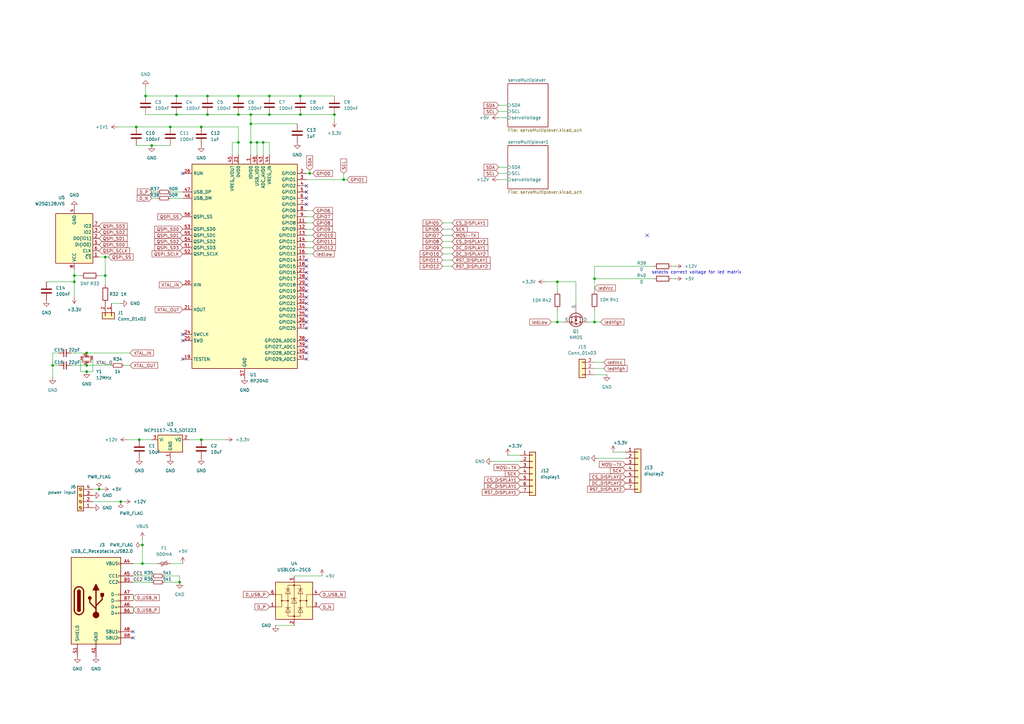
<source format=kicad_sch>
(kicad_sch (version 20231120) (generator "eeschema") (generator_version "8.0")
  (paper "A3")
  (junction (at 40.64 200.66))
  (junction (at 21.59 149.86))
  (junction (at 127 71.12))
  (junction (at 35.56 149.86))
  (junction (at 30.48 113.03))
  (junction (at 30.48 115.57))
  (junction (at 55.88 52.07))
  (junction (at 58.42 223.52))
  (junction (at 228.6 132.08))
  (junction (at 110.49 39.37))
  (junction (at 102.87 58.42))
  (junction (at 73.66 238.76))
  (junction (at 107.95 58.42))
  (junction (at 43.18 113.03))
  (junction (at 82.55 180.34))
  (junction (at 85.09 39.37))
  (junction (at 140.97 73.66))
  (junction (at 97.79 58.42))
  (junction (at 97.79 39.37))
  (junction (at 35.56 144.78))
  (junction (at 82.55 52.07))
  (junction (at 85.09 46.99))
  (junction (at 102.87 46.99))
  (junction (at 243.84 132.08))
  (junction (at 62.23 59.69))
  (junction (at 243.84 114.3))
  (junction (at 110.49 46.99))
  (junction (at 43.18 105.41))
  (junction (at 59.69 39.37))
  (junction (at 72.39 39.37))
  (junction (at 123.19 39.37))
  (junction (at 72.39 46.99))
  (junction (at 137.16 46.99))
  (junction (at 97.79 46.99))
  (junction (at 57.15 180.34))
  (junction (at 102.87 50.8))
  (junction (at 35.56 152.4))
  (junction (at 105.41 58.42))
  (junction (at 49.53 205.74))
  (junction (at 58.42 231.14))
  (junction (at 228.6 115.57))
  (junction (at 69.85 52.07))
  (junction (at 123.19 46.99))
  (no_connect (at 125.73 124.46))
  (no_connect (at 125.73 121.92))
  (no_connect (at 125.73 109.22))
  (no_connect (at 54.61 261.62))
  (no_connect (at 74.93 71.12))
  (no_connect (at 125.73 127))
  (no_connect (at 125.73 81.28))
  (no_connect (at 125.73 78.74))
  (no_connect (at 125.73 116.84))
  (no_connect (at 125.73 144.78))
  (no_connect (at 125.73 83.82))
  (no_connect (at 265.43 96.52))
  (no_connect (at 125.73 139.7))
  (no_connect (at 125.73 134.62))
  (no_connect (at 125.73 114.3))
  (no_connect (at 125.73 111.76))
  (no_connect (at 125.73 142.24))
  (no_connect (at 125.73 129.54))
  (no_connect (at 125.73 147.32))
  (no_connect (at 125.73 132.08))
  (no_connect (at 125.73 76.2))
  (no_connect (at 125.73 119.38))
  (no_connect (at 54.61 259.08))
  (no_connect (at 125.73 106.68))
  (no_connect (at 74.93 147.32))
  (no_connect (at 74.93 137.16))
  (no_connect (at 74.93 139.7))
  (wire (pts (xy 208.28 186.69) (xy 213.36 186.69)))
  (wire (pts (xy 85.09 46.99) (xy 97.79 46.99)))
  (wire (pts (xy 45.72 124.46) (xy 49.53 124.46)))
  (wire (pts (xy 127 71.12) (xy 128.27 71.12)))
  (wire (pts (xy 140.97 73.66) (xy 142.24 73.66)))
  (wire (pts (xy 113.03 256.54) (xy 120.65 256.54)))
  (wire (pts (xy 55.88 52.07) (xy 69.85 52.07)))
  (wire (pts (xy 33.02 147.32) (xy 33.02 152.4)))
  (wire (pts (xy 204.47 68.58) (xy 208.28 68.58)))
  (wire (pts (xy 204.47 48.26) (xy 208.28 48.26)))
  (wire (pts (xy 95.25 63.5) (xy 95.25 58.42)))
  (wire (pts (xy 62.23 78.74) (xy 64.77 78.74)))
  (wire (pts (xy 125.73 71.12) (xy 127 71.12)))
  (wire (pts (xy 67.31 236.22) (xy 73.66 236.22)))
  (wire (pts (xy 251.46 185.42) (xy 256.54 185.42)))
  (wire (pts (xy 102.87 50.8) (xy 102.87 58.42)))
  (wire (pts (xy 236.22 124.46) (xy 236.22 115.57)))
  (wire (pts (xy 59.69 46.99) (xy 72.39 46.99)))
  (wire (pts (xy 201.93 189.23) (xy 213.36 189.23)))
  (wire (pts (xy 128.27 93.98) (xy 125.73 93.98)))
  (wire (pts (xy 21.59 149.86) (xy 24.13 149.86)))
  (wire (pts (xy 50.8 149.86) (xy 53.34 149.86)))
  (wire (pts (xy 57.15 180.34) (xy 62.23 180.34)))
  (wire (pts (xy 43.18 105.41) (xy 40.64 105.41)))
  (wire (pts (xy 58.42 220.98) (xy 58.42 223.52)))
  (wire (pts (xy 128.27 91.44) (xy 125.73 91.44)))
  (wire (pts (xy 40.64 200.66) (xy 38.1 200.66)))
  (wire (pts (xy 243.84 132.08) (xy 243.84 127)))
  (wire (pts (xy 102.87 50.8) (xy 121.92 50.8)))
  (wire (pts (xy 59.69 35.56) (xy 59.69 39.37)))
  (wire (pts (xy 30.48 113.03) (xy 33.02 113.03)))
  (wire (pts (xy 110.49 63.5) (xy 110.49 58.42)))
  (wire (pts (xy 62.23 81.28) (xy 64.77 81.28)))
  (wire (pts (xy 236.22 115.57) (xy 228.6 115.57)))
  (wire (pts (xy 21.59 149.86) (xy 21.59 154.94)))
  (wire (pts (xy 275.59 114.3) (xy 276.86 114.3)))
  (wire (pts (xy 128.27 99.06) (xy 125.73 99.06)))
  (wire (pts (xy 19.05 115.57) (xy 30.48 115.57)))
  (wire (pts (xy 276.86 109.22) (xy 275.59 109.22)))
  (wire (pts (xy 243.84 114.3) (xy 267.97 114.3)))
  (wire (pts (xy 85.09 39.37) (xy 97.79 39.37)))
  (wire (pts (xy 128.27 96.52) (xy 125.73 96.52)))
  (wire (pts (xy 128.27 101.6) (xy 125.73 101.6)))
  (wire (pts (xy 58.42 231.14) (xy 64.77 231.14)))
  (wire (pts (xy 41.91 200.66) (xy 40.64 200.66)))
  (wire (pts (xy 125.73 73.66) (xy 140.97 73.66)))
  (wire (pts (xy 30.48 115.57) (xy 30.48 121.92)))
  (wire (pts (xy 54.61 238.76) (xy 62.23 238.76)))
  (wire (pts (xy 72.39 46.99) (xy 85.09 46.99)))
  (wire (pts (xy 247.65 148.59) (xy 243.84 148.59)))
  (wire (pts (xy 97.79 58.42) (xy 97.79 63.5)))
  (wire (pts (xy 243.84 114.3) (xy 243.84 109.22)))
  (wire (pts (xy 128.27 88.9) (xy 125.73 88.9)))
  (wire (pts (xy 105.41 58.42) (xy 105.41 63.5)))
  (wire (pts (xy 228.6 119.38) (xy 228.6 115.57)))
  (wire (pts (xy 140.97 71.12) (xy 140.97 73.66)))
  (wire (pts (xy 102.87 46.99) (xy 102.87 50.8)))
  (wire (pts (xy 38.1 147.32) (xy 38.1 152.4)))
  (wire (pts (xy 247.65 151.13) (xy 243.84 151.13)))
  (wire (pts (xy 137.16 49.53) (xy 137.16 46.99)))
  (wire (pts (xy 38.1 152.4) (xy 35.56 152.4)))
  (wire (pts (xy 228.6 132.08) (xy 228.6 127)))
  (wire (pts (xy 228.6 132.08) (xy 226.06 132.08)))
  (wire (pts (xy 248.92 153.67) (xy 243.84 153.67)))
  (wire (pts (xy 185.42 99.06) (xy 181.61 99.06)))
  (wire (pts (xy 33.02 152.4) (xy 35.56 152.4)))
  (wire (pts (xy 245.11 187.96) (xy 256.54 187.96)))
  (wire (pts (xy 54.61 248.92) (xy 54.61 251.46)))
  (wire (pts (xy 243.84 109.22) (xy 267.97 109.22)))
  (wire (pts (xy 50.8 205.74) (xy 49.53 205.74)))
  (wire (pts (xy 110.49 39.37) (xy 123.19 39.37)))
  (wire (pts (xy 69.85 78.74) (xy 74.93 78.74)))
  (wire (pts (xy 243.84 114.3) (xy 243.84 119.38)))
  (wire (pts (xy 185.42 109.22) (xy 181.61 109.22)))
  (wire (pts (xy 44.45 105.41) (xy 43.18 105.41)))
  (wire (pts (xy 29.21 144.78) (xy 35.56 144.78)))
  (wire (pts (xy 107.95 58.42) (xy 105.41 58.42)))
  (wire (pts (xy 69.85 52.07) (xy 82.55 52.07)))
  (wire (pts (xy 97.79 46.99) (xy 102.87 46.99)))
  (wire (pts (xy 120.65 236.22) (xy 132.08 236.22)))
  (wire (pts (xy 127 69.85) (xy 127 71.12)))
  (wire (pts (xy 69.85 231.14) (xy 74.93 231.14)))
  (wire (pts (xy 102.87 46.99) (xy 110.49 46.99)))
  (wire (pts (xy 35.56 149.86) (xy 45.72 149.86)))
  (wire (pts (xy 241.3 132.08) (xy 243.84 132.08)))
  (wire (pts (xy 185.42 106.68) (xy 181.61 106.68)))
  (wire (pts (xy 110.49 58.42) (xy 107.95 58.42)))
  (wire (pts (xy 204.47 43.18) (xy 208.28 43.18)))
  (wire (pts (xy 204.47 73.66) (xy 208.28 73.66)))
  (wire (pts (xy 243.84 132.08) (xy 246.38 132.08)))
  (wire (pts (xy 123.19 39.37) (xy 137.16 39.37)))
  (wire (pts (xy 40.64 113.03) (xy 43.18 113.03)))
  (wire (pts (xy 97.79 52.07) (xy 97.79 58.42)))
  (wire (pts (xy 228.6 115.57) (xy 223.52 115.57)))
  (wire (pts (xy 95.25 58.42) (xy 97.79 58.42)))
  (wire (pts (xy 204.47 71.12) (xy 208.28 71.12)))
  (wire (pts (xy 107.95 58.42) (xy 107.95 63.5)))
  (wire (pts (xy 30.48 113.03) (xy 30.48 110.49)))
  (wire (pts (xy 69.85 81.28) (xy 74.93 81.28)))
  (wire (pts (xy 185.42 104.14) (xy 181.61 104.14)))
  (wire (pts (xy 43.18 113.03) (xy 43.18 116.84)))
  (wire (pts (xy 52.07 180.34) (xy 57.15 180.34)))
  (wire (pts (xy 110.49 46.99) (xy 123.19 46.99)))
  (wire (pts (xy 82.55 52.07) (xy 97.79 52.07)))
  (wire (pts (xy 185.42 93.98) (xy 181.61 93.98)))
  (wire (pts (xy 128.27 104.14) (xy 125.73 104.14)))
  (wire (pts (xy 67.31 238.76) (xy 73.66 238.76)))
  (wire (pts (xy 30.48 113.03) (xy 30.48 115.57)))
  (wire (pts (xy 58.42 223.52) (xy 58.42 231.14)))
  (wire (pts (xy 204.47 45.72) (xy 208.28 45.72)))
  (wire (pts (xy 231.14 132.08) (xy 228.6 132.08)))
  (wire (pts (xy 49.53 205.74) (xy 38.1 205.74)))
  (wire (pts (xy 128.27 86.36) (xy 125.73 86.36)))
  (wire (pts (xy 123.19 46.99) (xy 137.16 46.99)))
  (wire (pts (xy 54.61 231.14) (xy 58.42 231.14)))
  (wire (pts (xy 29.21 149.86) (xy 35.56 149.86)))
  (wire (pts (xy 59.69 39.37) (xy 72.39 39.37)))
  (wire (pts (xy 105.41 58.42) (xy 102.87 58.42)))
  (wire (pts (xy 35.56 144.78) (xy 53.34 144.78)))
  (wire (pts (xy 48.26 52.07) (xy 55.88 52.07)))
  (wire (pts (xy 92.71 180.34) (xy 82.55 180.34)))
  (wire (pts (xy 54.61 236.22) (xy 62.23 236.22)))
  (wire (pts (xy 21.59 144.78) (xy 21.59 149.86)))
  (wire (pts (xy 55.88 59.69) (xy 62.23 59.69)))
  (wire (pts (xy 185.42 96.52) (xy 181.61 96.52)))
  (wire (pts (xy 72.39 39.37) (xy 85.09 39.37)))
  (wire (pts (xy 77.47 180.34) (xy 82.55 180.34)))
  (wire (pts (xy 102.87 58.42) (xy 102.87 63.5)))
  (wire (pts (xy 73.66 236.22) (xy 73.66 238.76)))
  (wire (pts (xy 185.42 91.44) (xy 181.61 91.44)))
  (wire (pts (xy 24.13 144.78) (xy 21.59 144.78)))
  (wire (pts (xy 185.42 101.6) (xy 181.61 101.6)))
  (wire (pts (xy 43.18 105.41) (xy 43.18 113.03)))
  (wire (pts (xy 62.23 59.69) (xy 69.85 59.69)))
  (wire (pts (xy 97.79 39.37) (xy 110.49 39.37)))
  (wire (pts (xy 54.61 243.84) (xy 54.61 246.38)))
  (text "selects correct voltage for led matrix" (at 285.75 111.76 0) (effects (font (size 1.27 1.27))))
  (label "CC2" (at 54.61 238.76 0))
  (label "CC1" (at 54.61 236.22 0))
  (label "XTAL_O" (at 39.37 149.86 0))
  (global_label "DC_DISPLAY2" (shape input) (at 256.54 198.12 180) (property "Intersheetrefs" "${INTERSHEET_REFS}" (effects (hide yes))))
  (global_label "GPIO12" (shape input) (at 181.61 109.22 180) (property "Intersheetrefs" "${INTERSHEET_REFS}" (effects (hide yes))))
  (global_label "RST_DISPLAY1" (shape input) (at 185.42 106.68 0) (property "Intersheetrefs" "${INTERSHEET_REFS}" (effects (hide yes))))
  (global_label "GPIO6" (shape input) (at 128.27 86.36 0) (property "Intersheetrefs" "${INTERSHEET_REFS}" (effects (hide yes))))
  (global_label "SCK" (shape input) (at 213.36 194.31 180) (property "Intersheetrefs" "${INTERSHEET_REFS}" (effects (hide yes))))
  (global_label "QSPI_SS" (shape input) (at 74.93 88.9 180) (property "Intersheetrefs" "${INTERSHEET_REFS}" (effects (hide yes))))
  (global_label "SCL" (shape input) (at 204.47 71.12 180) (property "Intersheetrefs" "${INTERSHEET_REFS}" (effects (hide yes))))
  (global_label "ledHigh" (shape input) (at 247.65 151.13 0) (property "Intersheetrefs" "${INTERSHEET_REFS}" (effects (hide yes))))
  (global_label "GPIO6" (shape input) (at 181.61 93.98 180) (property "Intersheetrefs" "${INTERSHEET_REFS}" (effects (hide yes))))
  (global_label "GPIO1" (shape input) (at 142.24 73.66 0) (property "Intersheetrefs" "${INTERSHEET_REFS}" (effects (hide yes))))
  (global_label "GPIO9" (shape input) (at 181.61 101.6 180) (property "Intersheetrefs" "${INTERSHEET_REFS}" (effects (hide yes))))
  (global_label "GPIO12" (shape input) (at 128.27 101.6 0) (property "Intersheetrefs" "${INTERSHEET_REFS}" (effects (hide yes))))
  (global_label "CS_DISPLAY1" (shape input) (at 213.36 196.85 180) (property "Intersheetrefs" "${INTERSHEET_REFS}" (effects (hide yes))))
  (global_label "QSPI_SD1" (shape input) (at 74.93 96.52 180) (property "Intersheetrefs" "${INTERSHEET_REFS}" (effects (hide yes))))
  (global_label "GPIO5" (shape input) (at 181.61 91.44 180) (property "Intersheetrefs" "${INTERSHEET_REFS}" (effects (hide yes))))
  (global_label "MOSI-TX" (shape input) (at 185.42 96.52 0) (property "Intersheetrefs" "${INTERSHEET_REFS}" (effects (hide yes))))
  (global_label "GPIO7" (shape input) (at 181.61 96.52 180) (property "Intersheetrefs" "${INTERSHEET_REFS}" (effects (hide yes))))
  (global_label "QSPI_SCLK" (shape input) (at 40.64 102.87 0) (property "Intersheetrefs" "${INTERSHEET_REFS}" (effects (hide yes))))
  (global_label "XTAL_IN" (shape input) (at 74.93 116.84 180) (property "Intersheetrefs" "${INTERSHEET_REFS}" (effects (hide yes))))
  (global_label "QSPI_SD3" (shape input) (at 74.93 101.6 180) (property "Intersheetrefs" "${INTERSHEET_REFS}" (effects (hide yes))))
  (global_label "D_USB_P" (shape input) (at 110.49 243.84 180) (property "Intersheetrefs" "${INTERSHEET_REFS}" (effects (hide yes))))
  (global_label "QSPI_SS" (shape input) (at 44.45 105.41 0) (property "Intersheetrefs" "${INTERSHEET_REFS}" (effects (hide yes))))
  (global_label "SDA" (shape input) (at 127 69.85 90) (property "Intersheetrefs" "${INTERSHEET_REFS}" (effects (hide yes))))
  (global_label "ledVcc" (shape input) (at 247.65 148.59 0) (property "Intersheetrefs" "${INTERSHEET_REFS}" (effects (hide yes))))
  (global_label "GPIO0" (shape input) (at 128.27 71.12 0) (property "Intersheetrefs" "${INTERSHEET_REFS}" (effects (hide yes))))
  (global_label "QSPI_SD0" (shape input) (at 74.93 93.98 180) (property "Intersheetrefs" "${INTERSHEET_REFS}" (effects (hide yes))))
  (global_label "GPIO11" (shape input) (at 181.61 106.68 180) (property "Intersheetrefs" "${INTERSHEET_REFS}" (effects (hide yes))))
  (global_label "SCL" (shape input) (at 204.47 45.72 180) (property "Intersheetrefs" "${INTERSHEET_REFS}" (effects (hide yes))))
  (global_label "QSPI_SD2" (shape input) (at 40.64 95.25 0) (property "Intersheetrefs" "${INTERSHEET_REFS}" (effects (hide yes))))
  (global_label "ledLow" (shape input) (at 226.06 132.08 180) (property "Intersheetrefs" "${INTERSHEET_REFS}" (effects (hide yes))))
  (global_label "QSPI_SD0" (shape input) (at 40.64 100.33 0) (property "Intersheetrefs" "${INTERSHEET_REFS}" (effects (hide yes))))
  (global_label "D_P" (shape input) (at 62.23 78.74 180) (property "Intersheetrefs" "${INTERSHEET_REFS}" (effects (hide yes))))
  (global_label "D_USB_N" (shape input) (at 130.81 243.84 0) (property "Intersheetrefs" "${INTERSHEET_REFS}" (effects (hide yes))))
  (global_label "D_USB_P" (shape input) (at 54.61 250.19 0) (property "Intersheetrefs" "${INTERSHEET_REFS}" (effects (hide yes))))
  (global_label "CS_DISPLAY2" (shape input) (at 185.42 99.06 0) (property "Intersheetrefs" "${INTERSHEET_REFS}" (effects (hide yes))))
  (global_label "SCL" (shape input) (at 140.97 71.12 90) (property "Intersheetrefs" "${INTERSHEET_REFS}" (effects (hide yes))))
  (global_label "CS_DISPLAY1" (shape input) (at 185.42 91.44 0) (property "Intersheetrefs" "${INTERSHEET_REFS}" (effects (hide yes))))
  (global_label "SCK" (shape input) (at 185.42 93.98 0) (property "Intersheetrefs" "${INTERSHEET_REFS}" (effects (hide yes))))
  (global_label "GPIO11" (shape input) (at 128.27 99.06 0) (property "Intersheetrefs" "${INTERSHEET_REFS}" (effects (hide yes))))
  (global_label "XTAL_IN" (shape input) (at 53.34 144.78 0) (property "Intersheetrefs" "${INTERSHEET_REFS}" (effects (hide yes))))
  (global_label "QSPI_SD1" (shape input) (at 40.64 97.79 0) (property "Intersheetrefs" "${INTERSHEET_REFS}" (effects (hide yes))))
  (global_label "CS_DISPLAY2" (shape input) (at 256.54 195.58 180) (property "Intersheetrefs" "${INTERSHEET_REFS}" (effects (hide yes))))
  (global_label "QSPI_SCLK" (shape input) (at 74.93 104.14 180) (property "Intersheetrefs" "${INTERSHEET_REFS}" (effects (hide yes))))
  (global_label "DC_DISPLAY1" (shape input) (at 213.36 199.39 180) (property "Intersheetrefs" "${INTERSHEET_REFS}" (effects (hide yes))))
  (global_label "GPIO7" (shape input) (at 128.27 88.9 0) (property "Intersheetrefs" "${INTERSHEET_REFS}" (effects (hide yes))))
  (global_label "GPIO8" (shape input) (at 181.61 99.06 180) (property "Intersheetrefs" "${INTERSHEET_REFS}" (effects (hide yes))))
  (global_label "D_N" (shape input) (at 130.81 248.92 0) (property "Intersheetrefs" "${INTERSHEET_REFS}" (effects (hide yes))))
  (global_label "GPIO10" (shape input) (at 181.61 104.14 180) (property "Intersheetrefs" "${INTERSHEET_REFS}" (effects (hide yes))))
  (global_label "DC_DISPLAY1" (shape input) (at 185.42 101.6 0) (property "Intersheetrefs" "${INTERSHEET_REFS}" (effects (hide yes))))
  (global_label "D_N" (shape input) (at 62.23 81.28 180) (property "Intersheetrefs" "${INTERSHEET_REFS}" (effects (hide yes))))
  (global_label "MOSI-TX" (shape input) (at 256.54 190.5 180) (property "Intersheetrefs" "${INTERSHEET_REFS}" (effects (hide yes))))
  (global_label "RST_DISPLAY2" (shape input) (at 185.42 109.22 0) (property "Intersheetrefs" "${INTERSHEET_REFS}" (effects (hide yes))))
  (global_label "RST_DISPLAY2" (shape input) (at 256.54 200.66 180) (property "Intersheetrefs" "${INTERSHEET_REFS}" (effects (hide yes))))
  (global_label "SCK" (shape input) (at 256.54 193.04 180) (property "Intersheetrefs" "${INTERSHEET_REFS}" (effects (hide yes))))
  (global_label "XTAL_OUT" (shape input) (at 74.93 127 180) (property "Intersheetrefs" "${INTERSHEET_REFS}" (effects (hide yes))))
  (global_label "DC_DISPLAY2" (shape input) (at 185.42 104.14 0) (property "Intersheetrefs" "${INTERSHEET_REFS}" (effects (hide yes))))
  (global_label "ledHigh" (shape input) (at 246.38 132.08 0) (property "Intersheetrefs" "${INTERSHEET_REFS}" (effects (hide yes))))
  (global_label "SDA" (shape input) (at 204.47 68.58 180) (property "Intersheetrefs" "${INTERSHEET_REFS}" (effects (hide yes))))
  (global_label "QSPI_SD2" (shape input) (at 74.93 99.06 180) (property "Intersheetrefs" "${INTERSHEET_REFS}" (effects (hide yes))))
  (global_label "MOSI-TX" (shape input) (at 213.36 191.77 180) (property "Intersheetrefs" "${INTERSHEET_REFS}" (effects (hide yes))))
  (global_label "D_USB_N" (shape input) (at 54.61 245.11 0) (property "Intersheetrefs" "${INTERSHEET_REFS}" (effects (hide yes))))
  (global_label "GPIO10" (shape input) (at 128.27 96.52 0) (property "Intersheetrefs" "${INTERSHEET_REFS}" (effects (hide yes))))
  (global_label "QSPI_SD3" (shape input) (at 40.64 92.71 0) (property "Intersheetrefs" "${INTERSHEET_REFS}" (effects (hide yes))))
  (global_label "SDA" (shape input) (at 204.47 43.18 180) (property "Intersheetrefs" "${INTERSHEET_REFS}" (effects (hide yes))))
  (global_label "D_P" (shape input) (at 110.49 248.92 180) (property "Intersheetrefs" "${INTERSHEET_REFS}" (effects (hide yes))))
  (global_label "ledVcc" (shape input) (at 243.84 118.11 0) (property "Intersheetrefs" "${INTERSHEET_REFS}" (effects (hide yes))))
  (global_label "XTAL_OUT" (shape input) (at 53.34 149.86 0) (property "Intersheetrefs" "${INTERSHEET_REFS}" (effects (hide yes))))
  (global_label "RST_DISPLAY1" (shape input) (at 213.36 201.93 180) (property "Intersheetrefs" "${INTERSHEET_REFS}" (effects (hide yes))))
  (global_label "ledLow" (shape input) (at 128.27 104.14 0) (property "Intersheetrefs" "${INTERSHEET_REFS}" (effects (hide yes))))
  (global_label "GPIO8" (shape input) (at 128.27 91.44 0) (property "Intersheetrefs" "${INTERSHEET_REFS}" (effects (hide yes))))
  (global_label "GPIO9" (shape input) (at 128.27 93.98 0) (property "Intersheetrefs" "${INTERSHEET_REFS}" (effects (hide yes))))
  (symbol (lib_id "Connector_Generic:Conn_01x02") (at 45.72 129.54 270) (unit 1)
    (property "Reference" "J1" (at 48.26 128.2699 90) (effects (justify left)))
    (property "Value" "Conn_01x02" (at 48.26 130.8099 90) (effects (justify left)))
    (property "Footprint" "Connector_PinSocket_2.54mm:PinSocket_1x02_P2.54mm_Vertical" (effects (hide yes)))
    (property "Description" "Generic connector, single row, 01x02, script generated (kicad-library-utils/schlib/autogen/connector/)" (effects (hide yes)))
  )
  (symbol (lib_id "power:GND") (at 21.59 154.94 0) (unit 1)
    (property "Reference" "#PWR023" (effects (hide yes)))
    (property "Value" "GND" (at 21.59 160.02 0))
  )
  (symbol (lib_id "power:GND") (at 245.11 187.96 270) (unit 1)
    (property "Reference" "#PWR049" (effects (hide yes)))
    (property "Value" "GND" (at 240.03 187.96 90))
    (property "Description" "Power symbol creates a global label with name \"GND\" , ground" (effects (hide yes)))
  )
  (symbol (lib_id "Device:C") (at 55.88 55.88 0) (unit 1)
    (property "Reference" "C10" (at 59.69 54.6099 0) (effects (justify left)))
    (property "Value" "100nF" (at 59.69 57.1499 0) (effects (justify left)))
    (property "Footprint" "Capacitor_SMD:C_0805_2012Metric_Pad1.18x1.45mm_HandSolder" (effects (hide yes)))
    (property "Description" "Unpolarized capacitor" (effects (hide yes)))
  )
  (symbol (lib_id "power:GND") (at 49.53 124.46 90) (unit 1)
    (property "Reference" "#PWR022" (effects (hide yes)))
    (property "Value" "GND" (at 53.34 124.4599 90) (effects (justify right)))
    (property "Description" "Power symbol creates a global label with name \"GND\" , ground" (effects (hide yes)))
  )
  (symbol (lib_id "Device:C") (at 85.09 43.18 0) (unit 1)
    (property "Reference" "C5" (at 88.9 41.9099 0) (effects (justify left)))
    (property "Value" "100nF" (at 88.9 44.4499 0) (effects (justify left)))
    (property "Footprint" "Capacitor_SMD:C_0805_2012Metric_Pad1.18x1.45mm_HandSolder" (effects (hide yes)))
    (property "Description" "Unpolarized capacitor" (effects (hide yes)))
  )
  (symbol (lib_id "power:GND") (at 57.15 187.96 0) (unit 1)
    (property "Reference" "#PWR013" (effects (hide yes)))
    (property "Value" "GND" (at 57.15 193.04 0))
    (property "Description" "Power symbol creates a global label with name \"GND\" , ground" (effects (hide yes)))
  )
  (symbol (lib_id "power:GND") (at 59.69 35.56 180) (unit 1)
    (property "Reference" "#PWR015" (effects (hide yes)))
    (property "Value" "GND" (at 59.69 30.48 0))
    (property "Description" "Power symbol creates a global label with name \"GND\" , ground" (effects (hide yes)))
  )
  (symbol (lib_id "power:GND") (at 82.55 59.69 0) (unit 1)
    (property "Reference" "#PWR018" (effects (hide yes)))
    (property "Value" "GND" (at 82.55 64.77 0))
    (property "Description" "Power symbol creates a global label with name \"GND\" , ground" (effects (hide yes)))
  )
  (symbol (lib_id "power:GND") (at 62.23 59.69 0) (unit 1)
    (property "Reference" "#PWR017" (effects (hide yes)))
    (property "Value" "GND" (at 62.23 64.77 0))
    (property "Description" "Power symbol creates a global label with name \"GND\" , ground" (effects (hide yes)))
  )
  (symbol (lib_id "power:GND") (at 35.56 152.4 0) (unit 1)
    (property "Reference" "#PWR024" (effects (hide yes)))
    (property "Value" "GND" (at 35.56 157.48 0))
  )
  (symbol (lib_id "power:+3.3V") (at 137.16 49.53 180) (unit 1)
    (property "Reference" "#PWR09" (effects (hide yes)))
    (property "Value" "+3.3V" (at 137.16 54.61 0))
    (property "Description" "Power symbol creates a global label with name \"+3.3V\"" (effects (hide yes)))
  )
  (symbol (lib_id "Regulator_Linear:NCP1117-3.3_SOT223") (at 69.85 180.34 0) (unit 1)
    (property "Reference" "U3" (at 69.85 173.99 0))
    (property "Value" "NCP1117-3.3_SOT223" (at 69.85 176.53 0))
    (property "Footprint" "Package_TO_SOT_SMD:SOT-223-3_TabPin2" (effects (hide yes)))
    (property "Datasheet" "http://www.onsemi.com/pub_link/Collateral/NCP1117-D.PDF" (effects (hide yes)))
    (property "Description" "1A Low drop-out regulator, Fixed Output 3.3V, SOT-223" (effects (hide yes)))
  )
  (symbol (lib_id "power:GND") (at 30.48 85.09 180) (unit 1)
    (property "Reference" "#PWR033" (effects (hide yes)))
    (property "Value" "GND" (at 30.48 80.01 0))
    (property "Description" "Power symbol creates a global label with name \"GND\" , ground" (effects (hide yes)))
  )
  (symbol (lib_id "power:+3.3V") (at 92.71 180.34 270) (unit 1)
    (property "Reference" "#PWR010" (effects (hide yes)))
    (property "Value" "+3.3V" (at 96.52 180.3399 90) (effects (justify left)))
    (property "Description" "Power symbol creates a global label with name \"+3.3V\"" (effects (hide yes)))
  )
  (symbol (lib_id "power:GND") (at 73.66 238.76 0) (unit 1)
    (property "Reference" "#PWR028" (effects (hide yes)))
    (property "Value" "GND" (at 73.66 243.84 0))
  )
  (symbol (lib_id "Device:Crystal_GND24_Small") (at 35.56 147.32 90) (unit 1)
    (property "Reference" "Y1" (at 39.37 152.4 90) (effects (justify right)))
    (property "Value" "12MHz" (at 39.37 154.94 90) (effects (justify right)))
    (property "Footprint" "Crystal:Crystal_SMD_3225-4Pin_3.2x2.5mm" (effects (hide yes)))
    (property "LCSC" "C9002" (effects (hide yes)))
  )
  (symbol (lib_id "Device:C") (at 97.79 43.18 0) (unit 1)
    (property "Reference" "C6" (at 101.6 41.9099 0) (effects (justify left)))
    (property "Value" "100nF" (at 101.6 44.4499 0) (effects (justify left)))
    (property "Footprint" "Capacitor_SMD:C_0805_2012Metric_Pad1.18x1.45mm_HandSolder" (effects (hide yes)))
    (property "Description" "Unpolarized capacitor" (effects (hide yes)))
  )
  (symbol (lib_id "power:+12V") (at 50.8 205.74 270) (unit 1)
    (property "Reference" "#PWR05" (effects (hide yes)))
    (property "Value" "+12V" (at 54.61 205.7399 90) (effects (justify left)))
    (property "Description" "Power symbol creates a global label with name \"+12V\"" (effects (hide yes)))
  )
  (symbol (lib_id "Connector_Generic:Conn_01x03") (at 238.76 151.13 180) (unit 1)
    (property "Reference" "J15" (at 238.76 142.24 0))
    (property "Value" "Conn_01x03" (at 238.76 144.78 0))
    (property "Footprint" "Connector_PinSocket_2.54mm:PinSocket_1x03_P2.54mm_Vertical" (effects (hide yes)))
    (property "Description" "Generic connector, single row, 01x03, script generated (kicad-library-utils/schlib/autogen/connector/)" (effects (hide yes)))
  )
  (symbol (lib_id "power:+5V") (at 132.08 236.22 0) (unit 1)
    (property "Reference" "#PWR031" (effects (hide yes)))
    (property "Value" "+5V" (at 135.255 236.22 0))
  )
  (symbol (lib_id "power:+12V") (at 52.07 180.34 90) (unit 1)
    (property "Reference" "#PWR014" (effects (hide yes)))
    (property "Value" "+12V" (at 48.26 180.3399 90) (effects (justify left)))
    (property "Description" "Power symbol creates a global label with name \"+12V\"" (effects (hide yes)))
  )
  (symbol (lib_id "Device:C") (at 137.16 43.18 0) (unit 1)
    (property "Reference" "C9" (at 140.97 41.9099 0) (effects (justify left)))
    (property "Value" "100nF" (at 140.97 44.4499 0) (effects (justify left)))
    (property "Footprint" "Capacitor_SMD:C_0805_2012Metric_Pad1.18x1.45mm_HandSolder" (effects (hide yes)))
    (property "Description" "Unpolarized capacitor" (effects (hide yes)))
  )
  (symbol (lib_id "Device:C") (at 19.05 119.38 0) (unit 1)
    (property "Reference" "C14" (at 22.86 118.1099 0) (effects (justify left)))
    (property "Value" "100nF" (at 22.86 120.6499 0) (effects (justify left)))
    (property "Footprint" "Capacitor_SMD:C_0805_2012Metric_Pad1.18x1.45mm_HandSolder" (effects (hide yes)))
    (property "Description" "Unpolarized capacitor" (effects (hide yes)))
  )
  (symbol (lib_id "Device:R") (at 271.78 114.3 90) (unit 1)
    (property "Reference" "R40" (at 263.144 113.03 90))
    (property "Value" "0" (at 263.144 115.57 90))
    (property "Footprint" "Resistor_SMD:R_0805_2012Metric" (effects (hide yes)))
    (property "Description" "Resistor" (effects (hide yes)))
  )
  (symbol (lib_id "power:GND") (at 19.05 123.19 0) (unit 1)
    (property "Reference" "#PWR021" (effects (hide yes)))
    (property "Value" "GND" (at 19.05 128.27 0))
    (property "Description" "Power symbol creates a global label with name \"GND\" , ground" (effects (hide yes)))
  )
  (symbol (lib_id "power:VBUS") (at 58.42 220.98 0) (unit 1)
    (property "Reference" "#PWR027" (effects (hide yes)))
    (property "Value" "VBUS" (at 58.42 215.9 0))
  )
  (symbol (lib_id "Device:R_Small") (at 67.31 78.74 90) (unit 1)
    (property "Reference" "R37" (at 63.5 77.47 90))
    (property "Value" "50R" (at 71.12 77.47 90))
    (property "Footprint" "Capacitor_SMD:C_0805_2012Metric" (effects (hide yes)))
    (property "LCSC" "C25190" (effects (hide yes)))
  )
  (symbol (lib_id "power:+12V") (at 204.47 73.66 90) (unit 1)
    (property "Reference" "#PWR041" (effects (hide yes)))
    (property "Value" "+12V" (at 200.66 73.6599 90) (effects (justify left)))
    (property "Description" "Power symbol creates a global label with name \"+12V\"" (effects (hide yes)))
  )
  (symbol (lib_id "power:GND") (at 38.1 208.28 90) (unit 1)
    (property "Reference" "#PWR08" (effects (hide yes)))
    (property "Value" "GND" (at 41.91 208.2799 90) (effects (justify right)))
    (property "Description" "Power symbol creates a global label with name \"GND\" , ground" (effects (hide yes)))
  )
  (symbol (lib_id "Device:C") (at 69.85 55.88 0) (unit 1)
    (property "Reference" "C11" (at 73.66 54.6099 0) (effects (justify left)))
    (property "Value" "100nF" (at 73.66 57.1499 0) (effects (justify left)))
    (property "Footprint" "Capacitor_SMD:C_0805_2012Metric_Pad1.18x1.45mm_HandSolder" (effects (hide yes)))
    (property "Description" "Unpolarized capacitor" (effects (hide yes)))
  )
  (symbol (lib_id "power:GND") (at 248.92 153.67 0) (unit 1)
    (property "Reference" "#PWR051" (effects (hide yes)))
    (property "Value" "GND" (at 248.92 158.75 0))
    (property "Description" "Power symbol creates a global label with name \"GND\" , ground" (effects (hide yes)))
  )
  (symbol (lib_id "Simulation_SPICE:NMOS") (at 236.22 129.54 270) (unit 1)
    (property "Reference" "Q1" (at 236.22 135.89 90))
    (property "Value" "NMOS" (at 236.22 138.43 90))
    (property "Footprint" "Package_TO_SOT_SMD:SOT-23_Handsoldering" (effects (hide yes)))
    (property "Datasheet" "https://ngspice.sourceforge.io/docs/ngspice-html-manual/manual.xhtml#cha_MOSFETs" (effects (hide yes)))
    (property "Description" "N-MOSFET transistor, drain/source/gate" (effects (hide yes)))
    (property "Sim.Device" "NMOS" (effects (hide yes)))
    (property "Sim.Type" "VDMOS" (effects (hide yes)))
    (property "Sim.Pins" "1=D 2=G 3=S" (effects (hide yes)))
  )
  (symbol (lib_id "Device:C") (at 82.55 184.15 0) (unit 1)
    (property "Reference" "C2" (at 86.36 182.8799 0) (effects (justify left)))
    (property "Value" "10uF" (at 86.36 185.4199 0) (effects (justify left)))
    (property "Footprint" "Capacitor_SMD:C_1206_3216Metric_Pad1.33x1.80mm_HandSolder" (effects (hide yes)))
    (property "Description" "Unpolarized capacitor" (effects (hide yes)))
  )
  (symbol (lib_id "Device:R") (at 243.84 123.19 180) (unit 1)
    (property "Reference" "R41" (at 251.968 122.936 0))
    (property "Value" "10K" (at 247.904 122.936 0))
    (property "Footprint" "Resistor_SMD:R_1206_3216Metric_Pad1.30x1.75mm_HandSolder" (effects (hide yes)))
    (property "Description" "Resistor" (effects (hide yes)))
  )
  (symbol (lib_id "power:+3.3V") (at 223.52 115.57 90) (unit 1)
    (property "Reference" "#PWR037" (effects (hide yes)))
    (property "Value" "+3.3V" (at 219.71 115.5699 90) (effects (justify left)))
    (property "Description" "Power symbol creates a global label with name \"+3.3V\"" (effects (hide yes)))
  )
  (symbol (lib_id "power:GND") (at 39.37 269.24 0) (unit 1)
    (property "Reference" "#PWR026" (effects (hide yes)))
    (property "Value" "GND" (at 39.37 274.32 0))
  )
  (symbol (lib_id "power:+12V") (at 276.86 109.22 270) (unit 1)
    (property "Reference" "#PWR036" (effects (hide yes)))
    (property "Value" "+12V" (at 280.67 109.2199 90) (effects (justify left)))
    (property "Description" "Power symbol creates a global label with name \"+12V\"" (effects (hide yes)))
  )
  (symbol (lib_id "Device:C_Small") (at 26.67 144.78 90) (unit 1)
    (property "Reference" "C15" (at 24.13 143.51 90))
    (property "Value" "22pF" (at 30.48 143.51 90))
    (property "Footprint" "Capacitor_SMD:C_0805_2012Metric_Pad1.18x1.45mm_HandSolder" (effects (hide yes)))
    (property "LCSC" "C1555" (effects (hide yes)))
  )
  (symbol (lib_id "power:GND") (at 201.93 189.23 270) (unit 1)
    (property "Reference" "#PWR047" (effects (hide yes)))
    (property "Value" "GND" (at 196.85 189.23 90))
    (property "Description" "Power symbol creates a global label with name \"GND\" , ground" (effects (hide yes)))
  )
  (symbol (lib_id "power:+5V") (at 276.86 114.3 270) (unit 1)
    (property "Reference" "#PWR038" (effects (hide yes)))
    (property "Value" "+5V" (at 280.67 114.2999 90) (effects (justify left)))
    (property "Description" "Power symbol creates a global label with name \"+5V\"" (effects (hide yes)))
  )
  (symbol (lib_id "power:GND") (at 69.85 187.96 0) (unit 1)
    (property "Reference" "#PWR012" (effects (hide yes)))
    (property "Value" "GND" (at 69.85 193.04 0))
    (property "Description" "Power symbol creates a global label with name \"GND\" , ground" (effects (hide yes)))
  )
  (symbol (lib_id "Device:Polyfuse_Small") (at 67.31 231.14 90) (unit 1)
    (property "Reference" "F1" (at 67.31 224.79 90))
    (property "Value" "500mA" (at 67.31 227.33 90))
    (property "Footprint" "Fuse:Fuse_1206_3216Metric" (effects (hide yes)))
    (property "LCSC" "C70076" (effects (hide yes)))
  )
  (symbol (lib_id "power:+1V1") (at 48.26 52.07 90) (unit 1)
    (property "Reference" "#PWR016" (effects (hide yes)))
    (property "Value" "+1V1" (at 44.45 52.0699 90) (effects (justify left)))
    (property "Description" "Power symbol creates a global label with name \"+1V1\"" (effects (hide yes)))
  )
  (symbol (lib_id "power:GND") (at 38.1 203.2 90) (unit 1)
    (property "Reference" "#PWR07" (effects (hide yes)))
    (property "Value" "GND" (at 41.91 203.1999 90) (effects (justify right)))
    (property "Description" "Power symbol creates a global label with name \"GND\" , ground" (effects (hide yes)))
  )
  (symbol (lib_id "Memory_Flash:W25Q128JVS") (at 30.48 97.79 180) (unit 1)
    (property "Reference" "U5" (at 26.67 81.026 0) (effects (justify left)))
    (property "Value" "W25Q128JVS" (at 26.67 83.566 0) (effects (justify left)))
    (property "Footprint" "Package_SO:SOIC-8_5.23x5.23mm_P1.27mm" (effects (hide yes)))
    (property "Datasheet" "http://www.winbond.com/resource-files/w25q128jv_dtr%20revc%2003272018%20plus.pdf" (effects (hide yes)))
    (property "Description" "128Mb Serial Flash Memory, Standard/Dual/Quad SPI, SOIC-8" (effects (hide yes)))
  )
  (symbol (lib_id "Device:C_Small") (at 26.67 149.86 90) (unit 1)
    (property "Reference" "C16" (at 24.13 148.59 90))
    (property "Value" "22pF" (at 30.48 148.59 90))
    (property "Footprint" "Capacitor_SMD:C_0805_2012Metric_Pad1.18x1.45mm_HandSolder" (effects (hide yes)))
    (property "LCSC" "C1555" (effects (hide yes)))
  )
  (symbol (lib_id "power:PWR_FLAG") (at 58.42 223.52 90) (unit 1)
    (property "Reference" "#FLG01" (effects (hide yes)))
    (property "Value" "PWR_FLAG" (at 54.61 223.5199 90) (effects (justify left)))
    (property "Description" "Special symbol for telling ERC where power comes from" (effects (hide yes)))
  )
  (symbol (lib_id "Connector_Generic:Conn_01x07") (at 218.44 194.31 0) (unit 1)
    (property "Reference" "J12" (at 221.615 193.0399 0) (effects (justify left)))
    (property "Value" "display1" (at 221.615 195.5799 0) (effects (justify left)))
    (property "Footprint" "Connector_PinHeader_2.54mm:PinHeader_1x07_P2.54mm_Vertical" (effects (hide yes)))
    (property "Description" "Generic connector, single row, 01x07, script generated (kicad-library-utils/schlib/autogen/connector/)" (effects (hide yes)))
  )
  (symbol (lib_id "Device:C") (at 82.55 55.88 0) (unit 1)
    (property "Reference" "C12" (at 86.36 54.6099 0) (effects (justify left)))
    (property "Value" "1uF" (at 86.36 57.1499 0) (effects (justify left)))
    (property "Footprint" "Capacitor_SMD:C_0402_1005Metric_Pad0.74x0.62mm_HandSolder" (effects (hide yes)))
    (property "Description" "Unpolarized capacitor" (effects (hide yes)))
  )
  (symbol (lib_id "power:+5V") (at 204.47 48.26 90) (unit 1)
    (property "Reference" "#PWR040" (effects (hide yes)))
    (property "Value" "+5V" (at 200.66 48.2599 90) (effects (justify left)))
    (property "Description" "Power symbol creates a global label with name \"+5V\"" (effects (hide yes)))
  )
  (symbol (lib_id "Device:C") (at 121.92 54.61 0) (unit 1)
    (property "Reference" "C13" (at 125.73 53.3399 0) (effects (justify left)))
    (property "Value" "1uF" (at 125.73 55.8799 0) (effects (justify left)))
    (property "Footprint" "Capacitor_SMD:C_0402_1005Metric_Pad0.74x0.62mm_HandSolder" (effects (hide yes)))
    (property "Description" "Unpolarized capacitor" (effects (hide yes)))
  )
  (symbol (lib_id "power:PWR_FLAG") (at 40.64 200.66 0) (unit 1)
    (property "Reference" "#FLG02" (effects (hide yes)))
    (property "Value" "PWR_FLAG" (at 40.64 195.58 0))
    (property "Description" "Special symbol for telling ERC where power comes from" (effects (hide yes)))
  )
  (symbol (lib_id "Device:C") (at 72.39 43.18 0) (unit 1)
    (property "Reference" "C4" (at 76.2 41.9099 0) (effects (justify left)))
    (property "Value" "100nF" (at 76.2 44.4499 0) (effects (justify left)))
    (property "Footprint" "Capacitor_SMD:C_0805_2012Metric_Pad1.18x1.45mm_HandSolder" (effects (hide yes)))
    (property "Description" "Unpolarized capacitor" (effects (hide yes)))
  )
  (symbol (lib_id "Device:C") (at 59.69 43.18 0) (unit 1)
    (property "Reference" "C3" (at 63.5 41.9099 0) (effects (justify left)))
    (property "Value" "100nF" (at 63.5 44.4499 0) (effects (justify left)))
    (property "Footprint" "Capacitor_SMD:C_0805_2012Metric_Pad1.18x1.45mm_HandSolder" (effects (hide yes)))
    (property "Description" "Unpolarized capacitor" (effects (hide yes)))
  )
  (symbol (lib_id "power:GND") (at 113.03 256.54 0) (unit 1)
    (property "Reference" "#PWR030" (effects (hide yes)))
    (property "Value" "GND" (at 109.22 256.54 0))
  )
  (symbol (lib_id "MCU_RaspberryPi:RP2040") (at 100.33 109.22 0) (unit 1)
    (property "Reference" "U1" (at 102.5241 153.67 0) (effects (justify left)))
    (property "Value" "RP2040" (at 102.5241 156.21 0) (effects (justify left)))
    (property "Footprint" "Package_DFN_QFN:QFN-56-1EP_7x7mm_P0.4mm_EP3.2x3.2mm" (effects (hide yes)))
    (property "Datasheet" "https://datasheets.raspberrypi.com/rp2040/rp2040-datasheet.pdf" (effects (hide yes)))
    (property "Description" "A microcontroller by Raspberry Pi" (effects (hide yes)))
  )
  (symbol (lib_id "Device:R") (at 36.83 113.03 90) (unit 1)
    (property "Reference" "R33" (at 38.862 116.332 90))
    (property "Value" "DNF" (at 34.798 116.332 90))
    (property "Footprint" "Resistor_SMD:R_1206_3216Metric_Pad1.30x1.75mm_HandSolder" (effects (hide yes)))
    (property "Description" "Resistor" (effects (hide yes)))
  )
  (symbol (lib_id "power:+5V") (at 41.91 200.66 270) (unit 1)
    (property "Reference" "#PWR06" (effects (hide yes)))
    (property "Value" "+5V" (at 45.72 200.6599 90) (effects (justify left)))
    (property "Description" "Power symbol creates a global label with name \"+5V\"" (effects (hide yes)))
  )
  (symbol (lib_id "power:+3.3V") (at 30.48 121.92 180) (unit 1)
    (property "Reference" "#PWR020" (effects (hide yes)))
    (property "Value" "+3.3V" (at 30.48 127 0))
    (property "Description" "Power symbol creates a global label with name \"+3.3V\"" (effects (hide yes)))
  )
  (symbol (lib_id "Device:R_Small") (at 64.77 236.22 90) (unit 1)
    (property "Reference" "R35" (at 60.96 234.95 90))
    (property "Value" "5k1" (at 68.58 234.95 90))
    (property "Footprint" "Resistor_SMD:R_1206_3216Metric_Pad1.30x1.75mm_HandSolder" (effects (hide yes)))
    (property "LCSC" "C25905" (effects (hide yes)))
  )
  (symbol (lib_id "Connector:Screw_Terminal_01x04") (at 33.02 205.74 180) (unit 1)
    (property "Reference" "J6" (at 29.972 199.644 0))
    (property "Value" "power input" (at 25.4 201.93 0))
    (property "Footprint" "Easyeda2kicad:CONN-TH_4P-P7.50_DIBO_DB128V-7.5-4P-GN-S" (effects (hide yes)))
    (property "Description" "Generic screw terminal, single row, 01x04, script generated (kicad-library-utils/schlib/autogen/connector/)" (effects (hide yes)))
  )
  (symbol (lib_id "Device:R_Small") (at 48.26 149.86 90) (unit 1)
    (property "Reference" "R34" (at 48.26 147.32 90))
    (property "Value" "1k" (at 48.26 152.4 90))
    (property "Footprint" "Resistor_SMD:R_1206_3216Metric_Pad1.30x1.75mm_HandSolder" (effects (hide yes)))
    (property "LCSC" "C11702" (effects (hide yes)))
  )
  (symbol (lib_id "power:PWR_FLAG") (at 49.53 205.74 180) (unit 1)
    (property "Reference" "#FLG03" (effects (hide yes)))
    (property "Value" "PWR_FLAG" (at 53.848 210.566 0))
    (property "Description" "Special symbol for telling ERC where power comes from" (effects (hide yes)))
  )
  (symbol (lib_id "power:GND") (at 100.33 154.94 0) (unit 1)
    (property "Reference" "#PWR032" (effects (hide yes)))
    (property "Value" "GND" (at 100.33 160.02 0))
    (property "Description" "Power symbol creates a global label with name \"GND\" , ground" (effects (hide yes)))
  )
  (symbol (lib_id "Connector:USB_C_Receptacle_USB2.0") (at 39.37 246.38 0) (unit 1)
    (property "Reference" "J3" (at 41.8465 223.52 0))
    (property "Value" "USB_C_Receptacle_USB2.0" (at 41.8465 226.06 0))
    (property "Footprint" "Connector_USB:USB_C_Receptacle_HRO_TYPE-C-31-M-12" (effects (hide yes)))
    (property "Datasheet" "https://www.usb.org/sites/default/files/documents/usb_type-c.zip" (effects (hide yes)))
    (property "LCSC" "C165948" (effects (hide yes)))
  )
  (symbol (lib_id "Device:C") (at 57.15 184.15 0) (unit 1)
    (property "Reference" "C1" (at 60.96 182.8799 0) (effects (justify left)))
    (property "Value" "10uF" (at 60.96 185.4199 0) (effects (justify left)))
    (property "Footprint" "Capacitor_SMD:C_1206_3216Metric_Pad1.33x1.80mm_HandSolder" (effects (hide yes)))
    (property "Description" "Unpolarized capacitor" (effects (hide yes)))
  )
  (symbol (lib_id "power:+3.3V") (at 251.46 185.42 0) (unit 1)
    (property "Reference" "#PWR050" (effects (hide yes)))
    (property "Value" "+3.3V" (at 251.4599 181.61 0) (effects (justify left)))
    (property "Description" "Power symbol creates a global label with name \"+3.3V\"" (effects (hide yes)))
  )
  (symbol (lib_id "Device:R_Small") (at 67.31 81.28 90) (unit 1)
    (property "Reference" "R38" (at 63.5 80.01 90))
    (property "Value" "50R" (at 71.12 80.01 90))
    (property "Footprint" "Capacitor_SMD:C_0805_2012Metric" (effects (hide yes)))
    (property "LCSC" "C25190" (effects (hide yes)))
  )
  (symbol (lib_id "Device:R_Small") (at 64.77 238.76 90) (unit 1)
    (property "Reference" "R36" (at 60.96 237.49 90))
    (property "Value" "5k1" (at 68.58 237.49 90))
    (property "Footprint" "Resistor_SMD:R_1206_3216Metric_Pad1.30x1.75mm_HandSolder" (effects (hide yes)))
    (property "LCSC" "C25905" (effects (hide yes)))
  )
  (symbol (lib_id "Device:R") (at 228.6 123.19 180) (unit 1)
    (property "Reference" "R42" (at 224.282 123.19 0))
    (property "Value" "10K" (at 220.218 123.19 0))
    (property "Footprint" "Resistor_SMD:R_1206_3216Metric_Pad1.30x1.75mm_HandSolder" (effects (hide yes)))
    (property "Description" "Resistor" (effects (hide yes)))
  )
  (symbol (lib_id "Device:R") (at 271.78 109.22 90) (unit 1)
    (property "Reference" "R39" (at 263.144 107.95 90))
    (property "Value" "0" (at 263.144 110.49 90))
    (property "Footprint" "Resistor_SMD:R_0805_2012Metric" (effects (hide yes)))
    (property "Description" "Resistor" (effects (hide yes)))
  )
  (symbol (lib_id "Connector_Generic:Conn_01x07") (at 261.62 193.04 0) (unit 1)
    (property "Reference" "J13" (at 264.16 191.7699 0) (effects (justify left)))
    (property "Value" "display2" (at 264.16 194.3099 0) (effects (justify left)))
    (property "Footprint" "Connector_PinHeader_2.54mm:PinHeader_1x07_P2.54mm_Vertical" (effects (hide yes)))
    (property "Description" "Generic connector, single row, 01x07, script generated (kicad-library-utils/schlib/autogen/connector/)" (effects (hide yes)))
  )
  (symbol (lib_id "power:GND") (at 31.75 269.24 0) (unit 1)
    (property "Reference" "#PWR025" (effects (hide yes)))
    (property "Value" "GND" (at 31.75 274.32 0))
  )
  (symbol (lib_id "Device:C") (at 110.49 43.18 0) (unit 1)
    (property "Reference" "C7" (at 114.3 41.9099 0) (effects (justify left)))
    (property "Value" "100nF" (at 114.3 44.4499 0) (effects (justify left)))
    (property "Footprint" "Capacitor_SMD:C_0805_2012Metric_Pad1.18x1.45mm_HandSolder" (effects (hide yes)))
    (property "Description" "Unpolarized capacitor" (effects (hide yes)))
  )
  (symbol (lib_id "Device:C") (at 123.19 43.18 0) (unit 1)
    (property "Reference" "C8" (at 127 41.9099 0) (effects (justify left)))
    (property "Value" "100nF" (at 127 44.4499 0) (effects (justify left)))
    (property "Footprint" "Capacitor_SMD:C_0805_2012Metric_Pad1.18x1.45mm_HandSolder" (effects (hide yes)))
    (property "Description" "Unpolarized capacitor" (effects (hide yes)))
  )
  (symbol (lib_id "Power_Protection:USBLC6-2SC6") (at 120.65 246.38 0) (unit 1)
    (property "Reference" "U4" (at 120.65 231.14 0))
    (property "Value" "USBLC6-2SC6" (at 120.65 233.68 0))
    (property "Footprint" "Package_TO_SOT_SMD:SOT-23-6" (effects (hide yes)))
    (property "Datasheet" "https://www.st.com/resource/en/datasheet/usblc6-2.pdf" (effects (hide yes)))
    (property "LCSC" "C2827654" (effects (hide yes)))
  )
  (symbol (lib_id "power:+5V") (at 74.93 231.14 0) (unit 1)
    (property "Reference" "#PWR029" (effects (hide yes)))
    (property "Value" "+5V" (at 74.93 226.06 0))
  )
  (symbol (lib_id "Device:R") (at 43.18 120.65 0) (unit 1)
    (property "Reference" "R32" (at 46.736 120.65 0))
    (property "Value" "1K" (at 50.8 120.65 0))
    (property "Footprint" "Resistor_SMD:R_1206_3216Metric_Pad1.30x1.75mm_HandSolder" (effects (hide yes)))
    (property "Description" "Resistor" (effects (hide yes)))
  )
  (symbol (lib_id "power:GND") (at 82.55 187.96 0) (unit 1)
    (property "Reference" "#PWR011" (effects (hide yes)))
    (property "Value" "GND" (at 82.55 193.04 0))
    (property "Description" "Power symbol creates a global label with name \"GND\" , ground" (effects (hide yes)))
  )
  (symbol (lib_id "power:GND") (at 121.92 58.42 0) (unit 1)
    (property "Reference" "#PWR019" (effects (hide yes)))
    (property "Value" "GND" (at 121.92 63.5 0))
    (property "Description" "Power symbol creates a global label with name \"GND\" , ground" (effects (hide yes)))
  )
  (symbol (lib_id "power:+3.3V") (at 208.28 186.69 0) (unit 1)
    (property "Reference" "#PWR048" (effects (hide yes)))
    (property "Value" "+3.3V" (at 208.2799 182.88 0) (effects (justify left)))
    (property "Description" "Power symbol creates a global label with name \"+3.3V\"" (effects (hide yes)))
  )
  (sheet (at 208.28 34.29) (size 16.51 17.78) (stroke (width 0.1524))
    (property "Sheetname" "servoMultiplexer" (at 208.28 33.5784 0) (effects (justify left bottom)))
    (property "Sheetfile" "servoMultiplexer.kicad_sch" (at 208.28 52.6546 0) (effects (justify left top)))
    (pin "SCL" input (at 208.28 45.72 180))
    (pin "SDA" input (at 208.28 43.18 180))
    (pin "servoVoltage" input (at 208.28 48.26 180))
  )
  (sheet (at 208.28 59.69) (size 16.51 17.78) (stroke (width 0.1524))
    (property "Sheetname" "servoMultiplexer1" (at 208.28 58.9784 0) (effects (justify left bottom)))
    (property "Sheetfile" "servoMultiplexer.kicad_sch" (at 208.28 78.0546 0) (effects (justify left top)))
    (pin "SCL" input (at 208.28 71.12 180))
    (pin "SDA" input (at 208.28 68.58 180))
    (pin "servoVoltage" input (at 208.28 73.66 180))
  )
)
</source>
